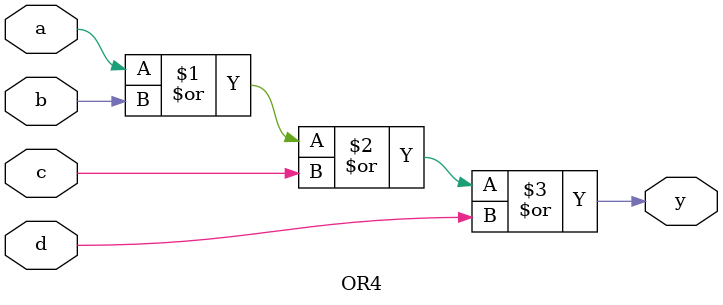
<source format=v>
module OR4 (
    input  a, b, c, d,
    output y
);
    assign y = a | b | c | d;
endmodule

</source>
